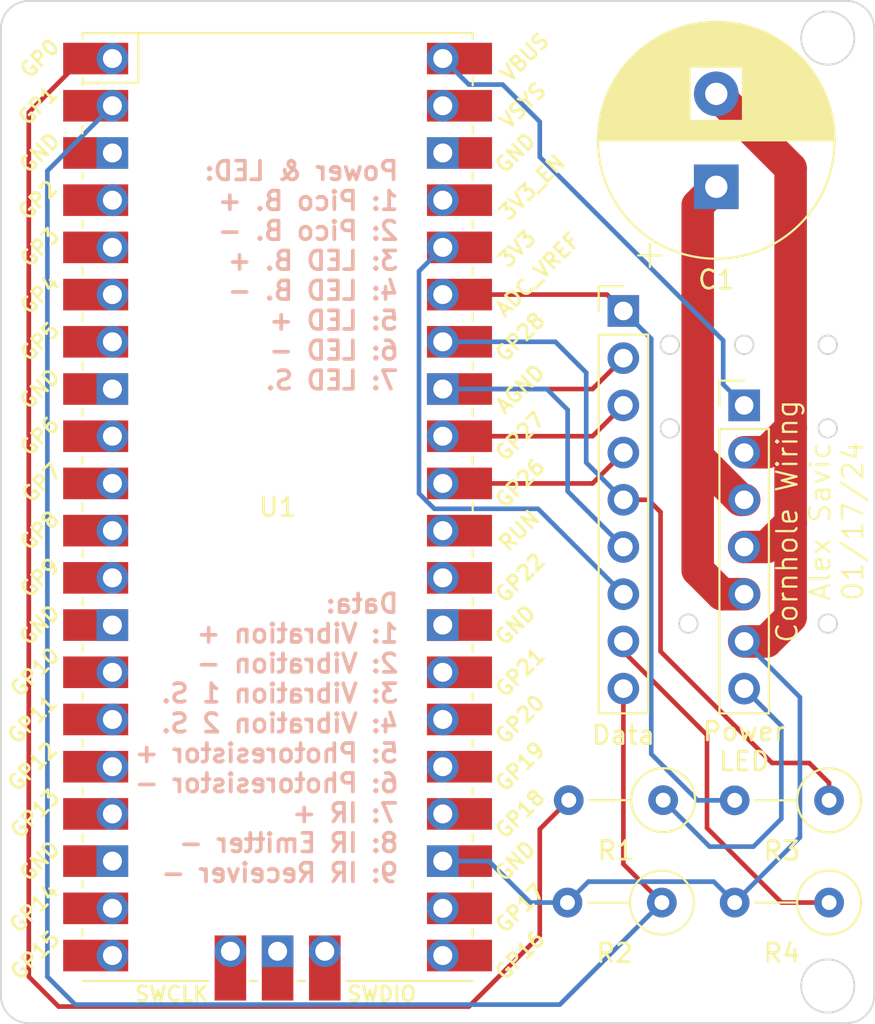
<source format=kicad_pcb>
(kicad_pcb (version 20221018) (generator pcbnew)
  (layers (0 "F.Cu" signal) (31 "B.Cu" signal) (34 "B.Paste" user) (35 "F.Paste" user) (36 "B.SilkS" user "B.Silkscreen") (37 "F.SilkS" user "F.Silkscreen") (38 "B.Mask" user) (39 "F.Mask" user) (44 "Edge.Cuts" user))
  (net 0 "")
  (net 1 "Net-(J1-Pin_3)")
  (net 2 "Net-(J1-Pin_1)")
  (net 3 "Net-(J1-Pin_2)")
  (net 4 "Net-(J1-Pin_7)")
  (net 5 "Net-(J2-Pin_1)")
  (net 6 "Net-(J2-Pin_2)")
  (net 7 "Net-(J2-Pin_3)")
  (net 8 "Net-(J2-Pin_4)")
  (net 9 "Net-(J2-Pin_5)")
  (net 10 "Net-(J2-Pin_7)")
  (net 11 "Net-(J2-Pin_8)")
  (net 12 "Net-(J2-Pin_9)")
  (net 13 "Net-(U1-GPIO0)")
  (footprint "Connector_PinHeader_2.54mm:PinHeader_1x09_P2.54mm_Vertical" (layer "F.Cu") (at 91 51.68)
    (fp_text reference "J2" hide)
    (fp_text value "Data" (at 0 22.82) (layer "F.SilkS"))
    (pad "1" thru_hole rect (at 0 0) (size 1.7 1.7) (drill 1) (layers "*.Cu" "*.Mask") (net 5 "Net-(J2-Pin_1)"))
    (pad "2" thru_hole oval (at 0 2.54) (size 1.7 1.7) (drill 1) (layers "*.Cu" "*.Mask") (net 6 "Net-(J2-Pin_2)"))
    (pad "3" thru_hole oval (at 0 5.08) (size 1.7 1.7) (drill 1) (layers "*.Cu" "*.Mask") (net 7 "Net-(J2-Pin_3)"))
    (pad "4" thru_hole oval (at 0 7.62) (size 1.7 1.7) (drill 1) (layers "*.Cu" "*.Mask") (net 8 "Net-(J2-Pin_4)"))
    (pad "5" thru_hole oval (at 0 10.16) (size 1.7 1.7) (drill 1) (layers "*.Cu" "*.Mask") (net 9 "Net-(J2-Pin_5)"))
    (pad "6" thru_hole oval (at 0 12.7) (size 1.7 1.7) (drill 1) (layers "*.Cu" "*.Mask") (net 6 "Net-(J2-Pin_2)"))
    (pad "7" thru_hole oval (at 0 15.24) (size 1.7 1.7) (drill 1) (layers "*.Cu" "*.Mask") (net 10 "Net-(J2-Pin_7)"))
    (pad "8" thru_hole oval (at 0 17.78) (size 1.7 1.7) (drill 1) (layers "*.Cu" "*.Mask") (net 11 "Net-(J2-Pin_8)"))
    (pad "9" thru_hole oval (at 0 20.32) (size 1.7 1.7) (drill 1) (layers "*.Cu" "*.Mask") (net 12 "Net-(J2-Pin_9)"))
  )
  (footprint "Capacitor_THT:CP_Radial_D12.5mm_P5.00mm" (layer "F.Cu") (at 96 45 90)
    (fp_text reference "C1" (at -5 0 180) (layer "F.SilkS"))
    (fp_text value "C_Polarized")
    (pad "1" thru_hole rect (at 0 0 90) (size 2.4 2.4) (drill 1.2) (layers "*.Cu" "*.Mask") (net 1 "Net-(J1-Pin_3)"))
    (pad "2" thru_hole circle (at 5 0 90) (size 2.4 2.4) (drill 1.2) (layers "*.Cu" "*.Mask") (net 3 "Net-(J1-Pin_2)"))
  )
  (footprint "Resistor_THT:R_Axial_DIN0309_L9.0mm_D3.2mm_P5.08mm_Vertical" (layer "F.Cu") (at 93.14 78 180)
    (fp_text reference "R1" (at 2.54 -2.72) (layer "F.SilkS"))
    (fp_text value "300")
    (pad "1" thru_hole circle (at 0 0 180) (size 1.6 1.6) (drill 0.8) (layers "*.Cu" "*.Mask") (net 4 "Net-(J1-Pin_7)"))
    (pad "2" thru_hole oval (at 5.08 0 180) (size 1.6 1.6) (drill 0.8) (layers "*.Cu" "*.Mask") (net 13 "Net-(U1-GPIO0)"))
  )
  (footprint "Connector_PinHeader_2.54mm:PinHeader_1x07_P2.54mm_Vertical" (layer "F.Cu") (at 97.5 56.76)
    (fp_text reference "J1" hide)
    (fp_text value "Power & LED" hide)
    (pad "1" thru_hole rect (at 0 0) (size 1.7 1.7) (drill 1) (layers "*.Cu" "*.Mask") (net 2 "Net-(J1-Pin_1)"))
    (pad "2" thru_hole oval (at 0 2.54) (size 1.7 1.7) (drill 1) (layers "*.Cu" "*.Mask") (net 3 "Net-(J1-Pin_2)"))
    (pad "3" thru_hole oval (at 0 5.08) (size 1.7 1.7) (drill 1) (layers "*.Cu" "*.Mask") (net 1 "Net-(J1-Pin_3)"))
    (pad "4" thru_hole oval (at 0 7.62) (size 1.7 1.7) (drill 1) (layers "*.Cu" "*.Mask") (net 3 "Net-(J1-Pin_2)"))
    (pad "5" thru_hole oval (at 0 10.16) (size 1.7 1.7) (drill 1) (layers "*.Cu" "*.Mask") (net 1 "Net-(J1-Pin_3)"))
    (pad "6" thru_hole oval (at 0 12.7) (size 1.7 1.7) (drill 1) (layers "*.Cu" "*.Mask") (net 3 "Net-(J1-Pin_2)"))
    (pad "7" thru_hole oval (at 0 15.24) (size 1.7 1.7) (drill 1) (layers "*.Cu" "*.Mask") (net 4 "Net-(J1-Pin_7)"))
  )
  (footprint "MCU_RaspberryPi_and_Boards:RPi_Pico_SMD_TH" (layer "F.Cu") (at 72.39 62.23)
    (fp_text reference "U1" (at 0 0) (layer "F.SilkS"))
    (fp_text value "Pico")
    (fp_text user "GP2" (at -12.9 -16.51 45) (layer "F.SilkS") (effects (font (size 0.8 0.8))))
    (fp_text user "VSYS" (at 13.2 -21.59 45) (layer "F.SilkS") (effects (font (size 0.8 0.8))))
    (fp_text user "GP28" (at 13.054 -9.144 45) (layer "F.SilkS") (effects (font (size 0.8 0.8))))
    (fp_text user "GP15" (at -13.054 24.13 45) (layer "F.SilkS") (effects (font (size 0.8 0.8))))
    (fp_text user "GP17" (at 13.054 21.59 45) (layer "F.SilkS") (effects (font (size 0.8 0.8))))
    (fp_text user "SWCLK" (at -5.7 26.2) (layer "F.SilkS") (effects (font (size 0.8 0.8))))
    (fp_text user "GP26" (at 13.054 -1.27 45) (layer "F.SilkS") (effects (font (size 0.8 0.8))))
    (fp_text user "GND" (at 12.8 6.35 45) (layer "F.SilkS") (effects (font (size 0.8 0.8))))
    (fp_text user "GP12" (at -13.2 13.97 45) (layer "F.SilkS") (effects (font (size 0.8 0.8))))
    (fp_text user "GP1" (at -12.9 -21.6 45) (layer "F.SilkS") (effects (font (size 0.8 0.8))))
    (fp_text user "GP22" (at 13.054 3.81 45) (layer "F.SilkS") (effects (font (size 0.8 0.8))))
    (fp_text user "GP18" (at 13.054 16.51 45) (layer "F.SilkS") (effects (font (size 0.8 0.8))))
    (fp_text user "3V3_EN" (at 13.7 -17.2 45) (layer "F.SilkS") (effects (font (size 0.8 0.8))))
    (fp_text user "SWDIO" (at 5.6 26.2) (layer "F.SilkS") (effects (font (size 0.8 0.8))))
    (fp_text user "GP4" (at -12.8 -11.43 45) (layer "F.SilkS") (effects (font (size 0.8 0.8))))
    (fp_text user "GP8" (at -12.8 1.27 45) (layer "F.SilkS") (effects (font (size 0.8 0.8))))
    (fp_text user "VBUS" (at 13.3 -24.2 45) (layer "F.SilkS") (effects (font (size 0.8 0.8))))
    (fp_text user "GP10" (at -13.054 8.89 45) (layer "F.SilkS") (effects (font (size 0.8 0.8))))
    (fp_text user "GP19" (at 13.054 13.97 45) (layer "F.SilkS") (effects (font (size 0.8 0.8))))
    (fp_text user "GP7" (at -12.7 -1.3 45) (layer "F.SilkS") (effects (font (size 0.8 0.8))))
    (fp_text user "GP13" (at -13.054 16.51 45) (layer "F.SilkS") (effects (font (size 0.8 0.8))))
    (fp_text user "GND" (at -12.8 6.35 45) (layer "F.SilkS") (effects (font (size 0.8 0.8))))
    (fp_text user "GND" (at -12.8 19.05 45) (layer "F.SilkS") (effects (font (size 0.8 0.8))))
    (fp_text user "3V3" (at 12.9 -13.9 45) (layer "F.SilkS") (effects (font (size 0.8 0.8))))
    (fp_text user "GP11" (at -13.2 11.43 45) (layer "F.SilkS") (effects (font (size 0.8 0.8))))
    (fp_text user "GP20" (at 13.054 11.43 45) (layer "F.SilkS") (effects (font (size 0.8 0.8))))
    (fp_text user "GP21" (at 13.054 8.9 45) (layer "F.SilkS") (effects (font (size 0.8 0.8))))
    (fp_text user "GP6" (at -12.8 -3.81 45) (layer "F.SilkS") (effects (font (size 0.8 0.8))))
    (fp_text user "AGND" (at 13.054 -6.35 45) (layer "F.SilkS") (effects (font (size 0.8 0.8))))
    (fp_text user "GND" (at -12.8 -19.05 45) (layer "F.SilkS") (effects (font (size 0.8 0.8))))
    (fp_text user "GP9" (at -12.8 3.81 45) (layer "F.SilkS") (effects (font (size 0.8 0.8))))
    (fp_text user "GP27" (at 13.054 -3.8 45) (layer "F.SilkS") (effects (font (size 0.8 0.8))))
    (fp_text user "GP5" (at -12.8 -8.89 45) (layer "F.SilkS") (effects (font (size 0.8 0.8))))
    (fp_text user "GP16" (at 13.054 24.13 45) (layer "F.SilkS") (effects (font (size 0.8 0.8))))
    (fp_text user "GP14" (at -13.1 21.59 45) (layer "F.SilkS") (effects (font (size 0.8 0.8))))
    (fp_text user "GND" (at -12.8 -6.35 45) (layer "F.SilkS") (effects (font (size 0.8 0.8))))
    (fp_text user "GP0" (at -12.8 -24.13 45) (layer "F.SilkS") (effects (font (size 0.8 0.8))))
    (fp_text user "RUN" (at 13 1.27 45) (layer "F.SilkS") (effects (font (size 0.8 0.8))))
    (fp_text user "GND" (at 12.8 19.05 45) (layer "F.SilkS") (effects (font (size 0.8 0.8))))
    (fp_text user "ADC_VREF" (at 14 -12.5 45) (layer "F.SilkS") (effects (font (size 0.8 0.8))))
    (fp_text user "GP3" (at -12.8 -13.97 45) (layer "F.SilkS") (effects (font (size 0.8 0.8))))
    (fp_text user "GND" (at 12.8 -19.05 45) (layer "F.SilkS") (effects (font (size 0.8 0.8))))
    (pad "" np_thru_hole oval (at -2.725 -24) (size 1.8 1.8) (drill 1.8) (layers "*.Cu" "*.Mask"))
    (pad "" np_thru_hole oval (at -2.425 -20.97) (size 1.5 1.5) (drill 1.5) (layers "*.Cu" "*.Mask"))
    (pad "" np_thru_hole oval (at 2.425 -20.97) (size 1.5 1.5) (drill 1.5) (layers "*.Cu" "*.Mask"))
    (pad "" np_thru_hole oval (at 2.725 -24) (size 1.8 1.8) (drill 1.8) (layers "*.Cu" "*.Mask"))
    (pad "1" thru_hole oval (at -8.89 -24.13) (size 1.7 1.7) (drill 1.02) (layers "*.Cu" "*.Mask") (net 13 "Net-(U1-GPIO0)"))
    (pad "1" smd rect (at -8.89 -24.13) (size 3.5 1.7) (drill (offset -0.9 0)) (layers "F.Cu" "F.Mask") (net 13 "Net-(U1-GPIO0)"))
    (pad "2" thru_hole oval (at -8.89 -21.59) (size 1.7 1.7) (drill 1.02) (layers "*.Cu" "*.Mask") (net 12 "Net-(J2-Pin_9)"))
    (pad "2" smd rect (at -8.89 -21.59) (size 3.5 1.7) (drill (offset -0.9 0)) (layers "F.Cu" "F.Mask") (net 12 "Net-(J2-Pin_9)"))
    (pad "3" thru_hole rect (at -8.89 -19.05) (size 1.7 1.7) (drill 1.02) (layers "*.Cu" "*.Mask"))
    (pad "3" smd rect (at -8.89 -19.05) (size 3.5 1.7) (drill (offset -0.9 0)) (layers "F.Cu" "F.Mask"))
    (pad "4" thru_hole oval (at -8.89 -16.51) (size 1.7 1.7) (drill 1.02) (layers "*.Cu" "*.Mask"))
    (pad "4" smd rect (at -8.89 -16.51) (size 3.5 1.7) (drill (offset -0.9 0)) (layers "F.Cu" "F.Mask"))
    (pad "5" thru_hole oval (at -8.89 -13.97) (size 1.7 1.7) (drill 1.02) (layers "*.Cu" "*.Mask"))
    (pad "5" smd rect (at -8.89 -13.97) (size 3.5 1.7) (drill (offset -0.9 0)) (layers "F.Cu" "F.Mask"))
    (pad "6" thru_hole oval (at -8.89 -11.43) (size 1.7 1.7) (drill 1.02) (layers "*.Cu" "*.Mask"))
    (pad "6" smd rect (at -8.89 -11.43) (size 3.5 1.7) (drill (offset -0.9 0)) (layers "F.Cu" "F.Mask"))
    (pad "7" thru_hole oval (at -8.89 -8.89) (size 1.7 1.7) (drill 1.02) (layers "*.Cu" "*.Mask"))
    (pad "7" smd rect (at -8.89 -8.89) (size 3.5 1.7) (drill (offset -0.9 0)) (layers "F.Cu" "F.Mask"))
    (pad "8" thru_hole rect (at -8.89 -6.35) (size 1.7 1.7) (drill 1.02) (layers "*.Cu" "*.Mask"))
    (pad "8" smd rect (at -8.89 -6.35) (size 3.5 1.7) (drill (offset -0.9 0)) (layers "F.Cu" "F.Mask"))
    (pad "9" thru_hole oval (at -8.89 -3.81) (size 1.7 1.7) (drill 1.02) (layers "*.Cu" "*.Mask"))
    (pad "9" smd rect (at -8.89 -3.81) (size 3.5 1.7) (drill (offset -0.9 0)) (layers "F.Cu" "F.Mask"))
    (pad "10" thru_hole oval (at -8.89 -1.27) (size 1.7 1.7) (drill 1.02) (layers "*.Cu" "*.Mask"))
    (pad "10" smd rect (at -8.89 -1.27) (size 3.5 1.7) (drill (offset -0.9 0)) (layers "F.Cu" "F.Mask"))
    (pad "11" thru_hole oval (at -8.89 1.27) (size 1.7 1.7) (drill 1.02) (layers "*.Cu" "*.Mask"))
    (pad "11" smd rect (at -8.89 1.27) (size 3.5 1.7) (drill (offset -0.9 0)) (layers "F.Cu" "F.Mask"))
    (pad "12" thru_hole oval (at -8.89 3.81) (size 1.7 1.7) (drill 1.02) (layers "*.Cu" "*.Mask"))
    (pad "12" smd rect (at -8.89 3.81) (size 3.5 1.7) (drill (offset -0.9 0)) (layers "F.Cu" "F.Mask"))
    (pad "13" thru_hole rect (at -8.89 6.35) (size 1.7 1.7) (drill 1.02) (layers "*.Cu" "*.Mask"))
    (pad "13" smd rect (at -8.89 6.35) (size 3.5 1.7) (drill (offset -0.9 0)) (layers "F.Cu" "F.Mask"))
    (pad "14" thru_hole oval (at -8.89 8.89) (size 1.7 1.7) (drill 1.02) (layers "*.Cu" "*.Mask"))
    (pad "14" smd rect (at -8.89 8.89) (size 3.5 1.7) (drill (offset -0.9 0)) (layers "F.Cu" "F.Mask"))
    (pad "15" thru_hole oval (at -8.89 11.43) (size 1.7 1.7) (drill 1.02) (layers "*.Cu" "*.Mask"))
    (pad "15" smd rect (at -8.89 11.43) (size 3.5 1.7) (drill (offset -0.9 0)) (layers "F.Cu" "F.Mask"))
    (pad "16" thru_hole oval (at -8.89 13.97) (size 1.7 1.7) (drill 1.02) (layers "*.Cu" "*.Mask"))
    (pad "16" smd rect (at -8.89 13.97) (size 3.5 1.7) (drill (offset -0.9 0)) (layers "F.Cu" "F.Mask"))
    (pad "17" thru_hole oval (at -8.89 16.51) (size 1.7 1.7) (drill 1.02) (layers "*.Cu" "*.Mask"))
    (pad "17" smd rect (at -8.89 16.51) (size 3.5 1.7) (drill (offset -0.9 0)) (layers "F.Cu" "F.Mask"))
    (pad "18" thru_hole rect (at -8.89 19.05) (size 1.7 1.7) (drill 1.02) (layers "*.Cu" "*.Mask"))
    (pad "18" smd rect (at -8.89 19.05) (size 3.5 1.7) (drill (offset -0.9 0)) (layers "F.Cu" "F.Mask"))
    (pad "19" thru_hole oval (at -8.89 21.59) (size 1.7 1.7) (drill 1.02) (layers "*.Cu" "*.Mask"))
    (pad "19" smd rect (at -8.89 21.59) (size 3.5 1.7) (drill (offset -0.9 0)) (layers "F.Cu" "F.Mask"))
    (pad "20" thru_hole oval (at -8.89 24.13) (size 1.7 1.7) (drill 1.02) (layers "*.Cu" "*.Mask"))
    (pad "20" smd rect (at -8.89 24.13) (size 3.5 1.7) (drill (offset -0.9 0)) (layers "F.Cu" "F.Mask"))
    (pad "21" thru_hole oval (at 8.89 24.13) (size 1.7 1.7) (drill 1.02) (layers "*.Cu" "*.Mask"))
    (pad "21" smd rect (at 8.89 24.13) (size 3.5 1.7) (drill (offset 0.9 0)) (layers "F.Cu" "F.Mask"))
    (pad "22" thru_hole oval (at 8.89 21.59) (size 1.7 1.7) (drill 1.02) (layers "*.Cu" "*.Mask"))
    (pad "22" smd rect (at 8.89 21.59) (size 3.5 1.7) (drill (offset 0.9 0)) (layers "F.Cu" "F.Mask"))
    (pad "23" thru_hole rect (at 8.89 19.05) (size 1.7 1.7) (drill 1.02) (layers "*.Cu" "*.Mask") (net 3 "Net-(J1-Pin_2)"))
    (pad "23" smd rect (at 8.89 19.05) (size 3.5 1.7) (drill (offset 0.9 0)) (layers "F.Cu" "F.Mask") (net 3 "Net-(J1-Pin_2)"))
    (pad "24" thru_hole oval (at 8.89 16.51) (size 1.7 1.7) (drill 1.02) (layers "*.Cu" "*.Mask"))
    (pad "24" smd rect (at 8.89 16.51) (size 3.5 1.7) (drill (offset 0.9 0)) (layers "F.Cu" "F.Mask"))
    (pad "25" thru_hole oval (at 8.89 13.97) (size 1.7 1.7) (drill 1.02) (layers "*.Cu" "*.Mask"))
    (pad "25" smd rect (at 8.89 13.97) (size 3.5 1.7) (drill (offset 0.9 0)) (layers "F.Cu" "F.Mask"))
    (pad "26" thru_hole oval (at 8.89 11.43) (size 1.7 1.7) (drill 1.02) (layers "*.Cu" "*.Mask"))
    (pad "26" smd rect (at 8.89 11.43) (size 3.5 1.7) (drill (offset 0.9 0)) (layers "F.Cu" "F.Mask"))
    (pad "27" thru_hole oval (at 8.89 8.89) (size 1.7 1.7) (drill 1.02) (layers "*.Cu" "*.Mask"))
    (pad "27" smd rect (at 8.89 8.89) (size 3.5 1.7) (drill (offset 0.9 0)) (layers "F.Cu" "F.Mask"))
    (pad "28" thru_hole rect (at 8.89 6.35) (size 1.7 1.7) (drill 1.02) (layers "*.Cu" "*.Mask"))
    (pad "28" smd rect (at 8.89 6.35) (size 3.5 1.7) (drill (offset 0.9 0)) (layers "F.Cu" "F.Mask"))
    (pad "29" thru_hole oval (at 8.89 3.81) (size 1.7 1.7) (drill 1.02) (layers "*.Cu" "*.Mask"))
    (pad "29" smd rect (at 8.89 3.81) (size 3.5 1.7) (drill (offset 0.9 0)) (layers "F.Cu" "F.Mask"))
    (pad "30" thru_hole oval (at 8.89 1.27) (size 1.7 1.7) (drill 1.02) (layers "*.Cu" "*.Mask"))
    (pad "30" smd rect (at 8.89 1.27) (size 3.5 1.7) (drill (offset 0.9 0)) (layers "F.Cu" "F.Mask"))
    (pad "31" thru_hole oval (at 8.89 -1.27) (size 1.7 1.7) (drill 1.02) (layers "*.Cu" "*.Mask") (net 8 "Net-(J2-Pin_4)"))
    (pad "31" smd rect (at 8.89 -1.27) (size 3.5 1.7) (drill (offset 0.9 0)) (layers "F.Cu" "F.Mask") (net 8 "Net-(J2-Pin_4)"))
    (pad "32" thru_hole oval (at 8.89 -3.81) (size 1.7 1.7) (drill 1.02) (layers "*.Cu" "*.Mask") (net 7 "Net-(J2-Pin_3)"))
    (pad "32" smd rect (at 8.89 -3.81) (size 3.5 1.7) (drill (offset 0.9 0)) (layers "F.Cu" "F.Mask") (net 7 "Net-(J2-Pin_3)"))
    (pad "33" thru_hole rect (at 8.89 -6.35) (size 1.7 1.7) (drill 1.02) (layers "*.Cu" "*.Mask") (net 6 "Net-(J2-Pin_2)"))
    (pad "33" smd rect (at 8.89 -6.35) (size 3.5 1.7) (drill (offset 0.9 0)) (layers "F.Cu" "F.Mask") (net 6 "Net-(J2-Pin_2)"))
    (pad "34" thru_hole oval (at 8.89 -8.89) (size 1.7 1.7) (drill 1.02) (layers "*.Cu" "*.Mask") (net 9 "Net-(J2-Pin_5)"))
    (pad "34" smd rect (at 8.89 -8.89) (size 3.5 1.7) (drill (offset 0.9 0)) (layers "F.Cu" "F.Mask") (net 9 "Net-(J2-Pin_5)"))
    (pad "35" thru_hole oval (at 8.89 -11.43) (size 1.7 1.7) (drill 1.02) (layers "*.Cu" "*.Mask") (net 5 "Net-(J2-Pin_1)"))
    (pad "35" smd rect (at 8.89 -11.43) (size 3.5 1.7) (drill (offset 0.9 0)) (layers "F.Cu" "F.Mask") (net 5 "Net-(J2-Pin_1)"))
    (pad "36" thru_hole oval (at 8.89 -13.97) (size 1.7 1.7) (drill 1.02) (layers "*.Cu" "*.Mask") (net 10 "Net-(J2-Pin_7)"))
    (pad "36" smd rect (at 8.89 -13.97) (size 3.5 1.7) (drill (offset 0.9 0)) (layers "F.Cu" "F.Mask") (net 10 "Net-(J2-Pin_7)"))
    (pad "37" thru_hole oval (at 8.89 -16.51) (size 1.7 1.7) (drill 1.02) (layers "*.Cu" "*.Mask"))
    (pad "37" smd rect (at 8.89 -16.51) (size 3.5 1.7) (drill (offset 0.9 0)) (layers "F.Cu" "F.Mask"))
    (pad "38" thru_hole rect (at 8.89 -19.05) (size 1.7 1.7) (drill 1.02) (layers "*.Cu" "*.Mask"))
    (pad "38" smd rect (at 8.89 -19.05) (size 3.5 1.7) (drill (offset 0.9 0)) (layers "F.Cu" "F.Mask"))
    (pad "39" thru_hole oval (at 8.89 -21.59) (size 1.7 1.7) (drill 1.02) (layers "*.Cu" "*.Mask"))
    (pad "39" smd rect (at 8.89 -21.59) (size 3.5 1.7) (drill (offset 0.9 0)) (layers "F.Cu" "F.Mask"))
    (pad "40" thru_hole oval (at 8.89 -24.13) (size 1.7 1.7) (drill 1.02) (layers "*.Cu" "*.Mask") (net 2 "Net-(J1-Pin_1)"))
    (pad "40" smd rect (at 8.89 -24.13) (size 3.5 1.7) (drill (offset 0.9 0)) (layers "F.Cu" "F.Mask") (net 2 "Net-(J1-Pin_1)"))
    (pad "41" thru_hole oval (at -2.54 23.9) (size 1.7 1.7) (drill 1.02) (layers "*.Cu" "*.Mask"))
    (pad "41" smd rect (at -2.54 23.9 90) (size 3.5 1.7) (drill (offset -0.9 0)) (layers "F.Cu" "F.Mask"))
    (pad "42" thru_hole rect (at 0 23.9) (size 1.7 1.7) (drill 1.02) (layers "*.Cu" "*.Mask"))
    (pad "42" smd rect (at 0 23.9 90) (size 3.5 1.7) (drill (offset -0.9 0)) (layers "F.Cu" "F.Mask"))
    (pad "43" thru_hole oval (at 2.54 23.9) (size 1.7 1.7) (drill 1.02) (layers "*.Cu" "*.Mask"))
    (pad "43" smd rect (at 2.54 23.9 90) (size 3.5 1.7) (drill (offset -0.9 0)) (layers "F.Cu" "F.Mask"))
  )
  (footprint "Resistor_THT:R_Axial_DIN0309_L9.0mm_D3.2mm_P5.08mm_Vertical" (layer "F.Cu") (at 102.07 83.51 180)
    (fp_text reference "R4" (at 2.54 -2.72) (layer "F.SilkS"))
    (fp_text value "300")
    (pad "1" thru_hole circle (at 0 0 180) (size 1.6 1.6) (drill 0.8) (layers "*.Cu" "*.Mask") (net 11 "Net-(J2-Pin_8)"))
    (pad "2" thru_hole oval (at 5.08 0 180) (size 1.6 1.6) (drill 0.8) (layers "*.Cu" "*.Mask") (net 3 "Net-(J1-Pin_2)"))
  )
  (footprint "Resistor_THT:R_Axial_DIN0309_L9.0mm_D3.2mm_P5.08mm_Vertical" (layer "F.Cu") (at 93.07 83.51 180)
    (fp_text reference "R2" (at 2.54 -2.72) (layer "F.SilkS"))
    (fp_text value "820K")
    (pad "1" thru_hole circle (at 0 0 180) (size 1.6 1.6) (drill 0.8) (layers "*.Cu" "*.Mask") (net 12 "Net-(J2-Pin_9)"))
    (pad "2" thru_hole oval (at 5.08 0 180) (size 1.6 1.6) (drill 0.8) (layers "*.Cu" "*.Mask") (net 3 "Net-(J1-Pin_2)"))
  )
  (footprint "Resistor_THT:R_Axial_DIN0309_L9.0mm_D3.2mm_P5.08mm_Vertical" (layer "F.Cu") (at 102.07 78.01 180)
    (fp_text reference "R3" (at 2.54 -2.72) (layer "F.SilkS"))
    (fp_text value "300")
    (pad "1" thru_hole circle (at 0 0 180) (size 1.6 1.6) (drill 0.8) (layers "*.Cu" "*.Mask") (net 9 "Net-(J2-Pin_5)"))
    (pad "2" thru_hole oval (at 5.08 0 180) (size 1.6 1.6) (drill 0.8) (layers "*.Cu" "*.Mask") (net 5 "Net-(J2-Pin_1)"))
  )
  (gr_arc (start 104.5 88.5) (mid 104.06066 89.56066) (end 103 90) (stroke (width 0.1)) (layer "Edge.Cuts"))
  (gr_circle (center 93.5 58) (end 94 58) (stroke (width 0.1)) (fill none) (layer "Edge.Cuts"))
  (gr_circle (center 97.5 53.5) (end 98 53.5) (stroke (width 0.1)) (fill none) (layer "Edge.Cuts"))
  (gr_circle (center 93.5 53.5) (end 94 53.5) (stroke (width 0.1)) (fill none) (layer "Edge.Cuts"))
  (gr_circle (center 102 58) (end 102.5 58) (stroke (width 0.1)) (fill none) (layer "Edge.Cuts"))
  (gr_line (start 59 90) (end 103 90) (stroke (width 0.1)) (layer "Edge.Cuts"))
  (gr_circle (center 102 37) (end 103.43 37) (stroke (width 0.1)) (fill none) (layer "Edge.Cuts"))
  (gr_arc (start 103 35) (mid 104.06066 35.43934) (end 104.5 36.5) (stroke (width 0.1)) (layer "Edge.Cuts"))
  (gr_line (start 103 35) (end 59 35) (stroke (width 0.1)) (layer "Edge.Cuts"))
  (gr_circle (center 102 53.5) (end 102.5 53.5) (stroke (width 0.1)) (fill none) (layer "Edge.Cuts"))
  (gr_circle (center 94.5 68.5) (end 95 68.5) (stroke (width 0.1)) (fill none) (layer "Edge.Cuts"))
  (gr_circle (center 102 68.5) (end 102.5 68.5) (stroke (width 0.1)) (fill none) (layer "Edge.Cuts"))
  (gr_circle (center 102 88) (end 103.43 88) (stroke (width 0.1)) (fill none) (layer "Edge.Cuts"))
  (gr_arc (start 59 90) (mid 57.93934 89.56066) (end 57.5 88.5) (stroke (width 0.1)) (layer "Edge.Cuts"))
  (gr_line (start 57.5 36.5) (end 57.5 88.5) (stroke (width 0.1)) (layer "Edge.Cuts"))
  (gr_arc (start 57.5 36.5) (mid 57.93934 35.43934) (end 59 35) (stroke (width 0.1)) (layer "Edge.Cuts"))
  (gr_line (start 104.5 88.5) (end 104.5 36.5) (stroke (width 0.1)) (layer "Edge.Cuts"))
  (gr_text "Power & LED:\n1: Pico B. +\n2: Pico B. -\n3: LED B. +\n4: LED B. -\n5: LED +\n6: LED -\n7: LED S." (at 79 56) (layer "B.SilkS") (effects (font (size 1 1) (thickness 0.2) bold) (justify left bottom mirror)))
  (gr_text "Data:\n1: Vibration +\n2: Vibration -\n3: Vibration 1 S.\n4: Vibration 2 S.\n5: Photoresistor +\n6: Photoresistor -\n7: IR +\n8: IR Emitter -\n9: IR Receiver -" (at 79 82.5) (layer "B.SilkS") (effects (font (size 1 1) (thickness 0.2) bold) (justify left bottom mirror)))
  (gr_text "Cornhole Wiring\nAlex Savic\n01/17/24" (at 104 63 90) (layer "F.SilkS") (effects (font (size 1.1 1.1) (thickness 0.125)) (justify bottom)))
  (gr_text "Power\nLED" (at 97.5 76.5) (layer "F.SilkS") (effects (font (size 1 1)) (justify bottom)))
  (segment (start 97.5 61.84) (end 97.317638 61.84) (width 1.75) (layer "F.Cu") (net 1))
  (segment (start 95 46) (end 96 45) (width 1.75) (layer "F.Cu") (net 1))
  (segment (start 96.297919 66.92) (end 97.5 66.92) (width 1.75) (layer "F.Cu") (net 1))
  (segment (start 95 59.522362) (end 95 46) (width 1.75) (layer "F.Cu") (net 1))
  (segment (start 95 59.522362) (end 95 65.622081) (width 1.75) (layer "F.Cu") (net 1))
  (segment (start 95 65.622081) (end 96.297919 66.92) (width 1.75) (layer "F.Cu") (net 1))
  (segment (start 97.317638 61.84) (end 95 59.522362) (width 1.75) (layer "F.Cu") (net 1))
  (segment (start 82.68 39.5) (end 84.5 39.5) (width 0.25) (layer "B.Cu") (net 2))
  (segment (start 86.5 41.5) (end 86.5 43.394197) (width 0.25) (layer "B.Cu") (net 2))
  (segment (start 84.5 39.5) (end 86.5 41.5) (width 0.25) (layer "B.Cu") (net 2))
  (segment (start 96.372544 53.266741) (end 96.372544 55.632544) (width 0.25) (layer "B.Cu") (net 2))
  (segment (start 96.372544 55.632544) (end 97.5 56.76) (width 0.25) (layer "B.Cu") (net 2))
  (segment (start 86.5 43.394197) (end 96.372544 53.266741) (width 0.25) (layer "B.Cu") (net 2))
  (segment (start 81.28 38.1) (end 82.68 39.5) (width 0.25) (layer "B.Cu") (net 2))
  (segment (start 100 63.082081) (end 100 68.162081) (width 1.75) (layer "F.Cu") (net 3))
  (segment (start 98.702081 69.46) (end 97.5 69.46) (width 1.75) (layer "F.Cu") (net 3))
  (segment (start 100 44) (end 100 58) (width 1.75) (layer "F.Cu") (net 3))
  (segment (start 98.702081 64.38) (end 97.5 64.38) (width 1.75) (layer "F.Cu") (net 3))
  (segment (start 100 68.162081) (end 98.702081 69.46) (width 1.75) (layer "F.Cu") (net 3))
  (segment (start 100 58) (end 98.717677 59.282323) (width 1.75) (layer "F.Cu") (net 3))
  (segment (start 96 40) (end 100 44) (width 1.75) (layer "F.Cu") (net 3))
  (segment (start 100 58) (end 100 63.082081) (width 1.75) (layer "F.Cu") (net 3))
  (segment (start 100 63.082081) (end 98.702081 64.38) (width 1.75) (layer "F.Cu") (net 3))
  (segment (start 98.717677 59.282323) (end 97.517677 59.282323) (width 1.75) (layer "F.Cu") (net 3))
  (segment (start 95.865 82.385) (end 96.99 83.51) (width 0.25) (layer "B.Cu") (net 3))
  (segment (start 87.99 83.51) (end 89.115 82.385) (width 0.25) (layer "B.Cu") (net 3))
  (segment (start 100.5 72.46) (end 97.5 69.46) (width 0.25) (layer "B.Cu") (net 3))
  (segment (start 87.99 83.51) (end 85.99 83.51) (width 0.25) (layer "B.Cu") (net 3))
  (segment (start 96.99 83.51) (end 100.5 80) (width 0.25) (layer "B.Cu") (net 3))
  (segment (start 85.99 83.51) (end 83.76 81.28) (width 0.25) (layer "B.Cu") (net 3))
  (segment (start 81.28 81.28) (end 83.76 81.28) (width 0.25) (layer "B.Cu") (net 3))
  (segment (start 100.5 80) (end 100.5 72.46) (width 0.25) (layer "B.Cu") (net 3))
  (segment (start 89.115 82.385) (end 95.865 82.385) (width 0.25) (layer "B.Cu") (net 3))
  (segment (start 93.14 78) (end 95.64 80.5) (width 0.25) (layer "B.Cu") (net 4))
  (segment (start 99.5 79) (end 99.5 74) (width 0.25) (layer "B.Cu") (net 4))
  (segment (start 98 80.5) (end 99.5 79) (width 0.25) (layer "B.Cu") (net 4))
  (segment (start 99.5 74) (end 97.5 72) (width 0.25) (layer "B.Cu") (net 4))
  (segment (start 95.64 80.5) (end 98 80.5) (width 0.25) (layer "B.Cu") (net 4))
  (segment (start 81.28 50.8) (end 90.12 50.8) (width 0.25) (layer "F.Cu") (net 5))
  (segment (start 90.12 50.8) (end 91 51.68) (width 0.25) (layer "F.Cu") (net 5))
  (segment (start 92.5 53.18) (end 92.5 75.52) (width 0.25) (layer "B.Cu") (net 5))
  (segment (start 91 51.68) (end 92.5 53.18) (width 0.25) (layer "B.Cu") (net 5))
  (segment (start 92.5 75.52) (end 94.99 78.01) (width 0.25) (layer "B.Cu") (net 5))
  (segment (start 94.99 78.01) (end 96.99 78.01) (width 0.25) (layer "B.Cu") (net 5))
  (segment (start 89.34 55.88) (end 81.28 55.88) (width 0.25) (layer "F.Cu") (net 6))
  (segment (start 91 54.22) (end 89.34 55.88) (width 0.25) (layer "F.Cu") (net 6))
  (segment (start 91 64.38) (end 88 61.38) (width 0.25) (layer "B.Cu") (net 6))
  (segment (start 86.88 55.88) (end 81.28 55.88) (width 0.25) (layer "B.Cu") (net 6))
  (segment (start 88 57) (end 86.88 55.88) (width 0.25) (layer "B.Cu") (net 6))
  (segment (start 88 61.38) (end 88 57) (width 0.25) (layer "B.Cu") (net 6))
  (segment (start 89.34 58.42) (end 81.28 58.42) (width 0.25) (layer "F.Cu") (net 7))
  (segment (start 91 56.76) (end 89.34 58.42) (width 0.25) (layer "F.Cu") (net 7))
  (segment (start 91 59.3) (end 89.34 60.96) (width 0.25) (layer "F.Cu") (net 8))
  (segment (start 89.34 60.96) (end 81.28 60.96) (width 0.25) (layer "F.Cu") (net 8))
  (segment (start 101 76) (end 102.07 77.07) (width 0.25) (layer "F.Cu") (net 9))
  (segment (start 93 70) (end 99 76) (width 0.25) (layer "F.Cu") (net 9))
  (segment (start 92.34 61.84) (end 93 62.5) (width 0.25) (layer "F.Cu") (net 9))
  (segment (start 102.07 77.07) (end 102.07 78.01) (width 0.25) (layer "F.Cu") (net 9))
  (segment (start 91 61.84) (end 92.34 61.84) (width 0.25) (layer "F.Cu") (net 9))
  (segment (start 93 62.5) (end 93 70) (width 0.25) (layer "F.Cu") (net 9))
  (segment (start 99 76) (end 101 76) (width 0.25) (layer "F.Cu") (net 9))
  (segment (start 87.34 53.34) (end 81.28 53.34) (width 0.25) (layer "B.Cu") (net 9))
  (segment (start 89 55) (end 87.34 53.34) (width 0.25) (layer "B.Cu") (net 9))
  (segment (start 89 59.84) (end 89 55) (width 0.25) (layer "B.Cu") (net 9))
  (segment (start 89 59.84) (end 91 61.84) (width 0.25) (layer "B.Cu") (net 9))
  (segment (start 80 61.5) (end 80.825 62.325) (width 0.25) (layer "B.Cu") (net 10))
  (segment (start 86.405 62.325) (end 91 66.92) (width 0.25) (layer "B.Cu") (net 10))
  (segment (start 81.28 48.26) (end 80 49.54) (width 0.25) (layer "B.Cu") (net 10))
  (segment (start 80.825 62.325) (end 86.405 62.325) (width 0.25) (layer "B.Cu") (net 10))
  (segment (start 80 49.54) (end 80 61.5) (width 0.25) (layer "B.Cu") (net 10))
  (segment (start 95.5 74.5) (end 91 70) (width 0.25) (layer "F.Cu") (net 11))
  (segment (start 99.51 83.51) (end 95.5 79.5) (width 0.25) (layer "F.Cu") (net 11))
  (segment (start 102.07 83.51) (end 99.51 83.51) (width 0.25) (layer "F.Cu") (net 11))
  (segment (start 91 70) (end 91 69.46) (width 0.25) (layer "F.Cu") (net 11))
  (segment (start 95.5 79.5) (end 95.5 74.5) (width 0.25) (layer "F.Cu") (net 11))
  (segment (start 93.07 83.51) (end 91 81.44) (width 0.25) (layer "F.Cu") (net 12))
  (segment (start 91 81.44) (end 91 72) (width 0.25) (layer "F.Cu") (net 12))
  (segment (start 60 87.5) (end 61.5 89) (width 0.25) (layer "B.Cu") (net 12))
  (segment (start 61.5 89) (end 87.58 89) (width 0.25) (layer "B.Cu") (net 12))
  (segment (start 60 44.14) (end 60 87.5) (width 0.25) (layer "B.Cu") (net 12))
  (segment (start 63.5 40.64) (end 60 44.14) (width 0.25) (layer "B.Cu") (net 12))
  (segment (start 87.58 89) (end 93.07 83.51) (width 0.25) (layer "B.Cu") (net 12))
  (segment (start 63.5 38.1) (end 61.9 38.1) (width 0.25) (layer "F.Cu") (net 13))
  (segment (start 59 87.5) (end 60.605 89.105) (width 0.25) (layer "F.Cu") (net 13))
  (segment (start 60.605 89.105) (end 82.685 89.105) (width 0.25) (layer "F.Cu") (net 13))
  (segment (start 59 41) (end 59 87.5) (width 0.25) (layer "F.Cu") (net 13))
  (segment (start 82.685 89.105) (end 86.5 85.29) (width 0.25) (layer "F.Cu") (net 13))
  (segment (start 86.5 79.56) (end 88.06 78) (width 0.25) (layer "F.Cu") (net 13))
  (segment (start 86.5 85.29) (end 86.5 79.56) (width 0.25) (layer "F.Cu") (net 13))
  (segment (start 61.9 38.1) (end 59 41) (width 0.25) (layer "F.Cu") (net 13))
)
</source>
